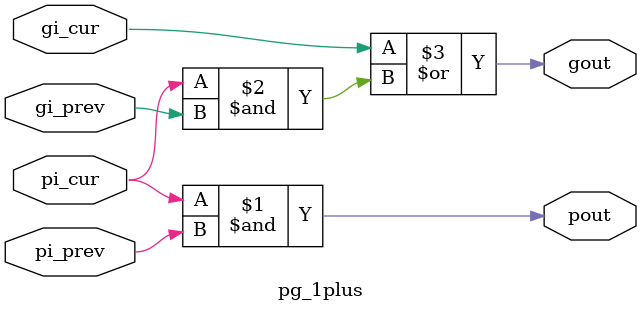
<source format=sv>
module pg_1plus (
    input logic pi_cur,
    input logic gi_cur,
    input logic pi_prev,
    input logic gi_prev,
    output logic pout,
    output logic gout
);

assign pout = pi_cur & pi_prev;
assign gout = gi_cur | (pi_cur & gi_prev);

endmodule
</source>
